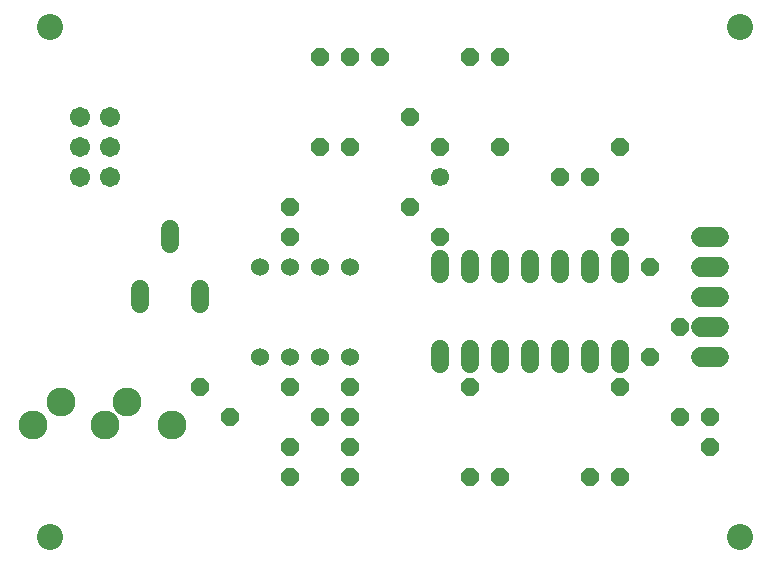
<source format=gbr>
G04 EAGLE Gerber RS-274X export*
G75*
%MOMM*%
%FSLAX34Y34*%
%LPD*%
%INSoldermask Top*%
%IPPOS*%
%AMOC8*
5,1,8,0,0,1.08239X$1,22.5*%
G01*
%ADD10C,2.203200*%
%ADD11P,1.649562X8X292.500000*%
%ADD12P,1.649562X8X22.500000*%
%ADD13C,1.524000*%
%ADD14C,1.524000*%
%ADD15P,1.649562X8X112.500000*%
%ADD16C,1.727200*%
%ADD17C,2.453200*%
%ADD18C,1.711200*%
%ADD19C,1.553200*%


D10*
X25400Y457200D03*
X25400Y25400D03*
X609600Y25400D03*
X609600Y457200D03*
D11*
X279466Y101600D03*
X279466Y76200D03*
X228666Y101600D03*
X228666Y76200D03*
X279466Y152400D03*
X279466Y127000D03*
X228534Y304800D03*
X228534Y279400D03*
D12*
X457200Y330134D03*
X482600Y330134D03*
D13*
X507934Y260604D02*
X507934Y247396D01*
X482534Y247396D02*
X482534Y260604D01*
X355534Y260604D02*
X355534Y247396D01*
X355534Y184404D02*
X355534Y171196D01*
X457134Y247396D02*
X457134Y260604D01*
X431734Y260604D02*
X431734Y247396D01*
X380934Y247396D02*
X380934Y260604D01*
X406334Y260604D02*
X406334Y247396D01*
X380934Y184404D02*
X380934Y171196D01*
X406334Y171196D02*
X406334Y184404D01*
X431734Y184404D02*
X431734Y171196D01*
X457134Y171196D02*
X457134Y184404D01*
X482534Y184404D02*
X482534Y171196D01*
X507934Y171196D02*
X507934Y184404D01*
D14*
X203266Y177800D03*
X228666Y177800D03*
X228666Y254000D03*
X203266Y254000D03*
X254066Y177800D03*
X279466Y177800D03*
X254066Y254000D03*
X279466Y254000D03*
D12*
X152466Y152400D03*
X228666Y152400D03*
X304866Y431800D03*
X381066Y431800D03*
X177866Y127000D03*
X254066Y127000D03*
D15*
X279400Y355666D03*
X279400Y431866D03*
X254066Y355600D03*
X254066Y431800D03*
D11*
X406400Y431800D03*
X406400Y355600D03*
D15*
X533400Y177800D03*
X533400Y254000D03*
X330200Y304800D03*
X330200Y381000D03*
X508000Y279400D03*
X508000Y355600D03*
X558800Y127000D03*
X558800Y203200D03*
D11*
X584200Y127000D03*
X584200Y101600D03*
D16*
X576580Y279400D02*
X591820Y279400D01*
X591820Y254000D02*
X576580Y254000D01*
X576580Y228600D02*
X591820Y228600D01*
X591820Y203200D02*
X576580Y203200D01*
X576580Y177800D02*
X591820Y177800D01*
D17*
X11000Y119500D03*
X72000Y119500D03*
X129000Y119500D03*
X35000Y139500D03*
X91000Y139500D03*
D15*
X355600Y279400D03*
X355600Y355600D03*
D18*
X50800Y355600D03*
X50800Y330200D03*
X50800Y381000D03*
X76200Y381000D03*
X76200Y355600D03*
X76200Y330200D03*
D11*
X381000Y152400D03*
X381000Y76200D03*
D12*
X406400Y76200D03*
X482600Y76200D03*
D15*
X508000Y76200D03*
X508000Y152400D03*
D13*
X152400Y221996D02*
X152400Y235204D01*
X127000Y272796D02*
X127000Y286004D01*
X101600Y235204D02*
X101600Y221996D01*
D19*
X355600Y330200D03*
M02*

</source>
